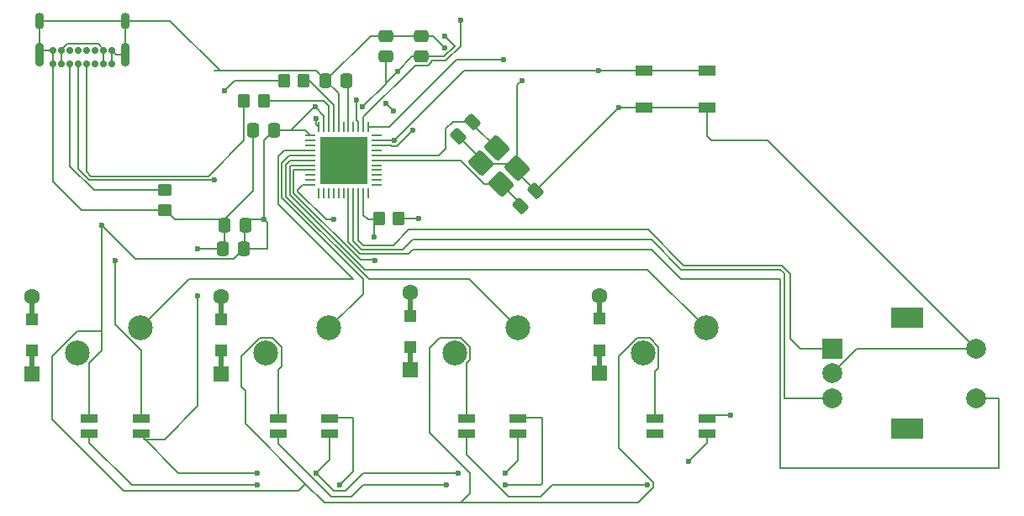
<source format=gbl>
%TF.GenerationSoftware,KiCad,Pcbnew,9.0.7*%
%TF.CreationDate,2026-02-17T21:12:57+08:00*%
%TF.ProjectId,3rd testing,33726420-7465-4737-9469-6e672e6b6963,rev?*%
%TF.SameCoordinates,Original*%
%TF.FileFunction,Copper,L2,Bot*%
%TF.FilePolarity,Positive*%
%FSLAX46Y46*%
G04 Gerber Fmt 4.6, Leading zero omitted, Abs format (unit mm)*
G04 Created by KiCad (PCBNEW 9.0.7) date 2026-02-17 21:12:57*
%MOMM*%
%LPD*%
G01*
G04 APERTURE LIST*
G04 Aperture macros list*
%AMRoundRect*
0 Rectangle with rounded corners*
0 $1 Rounding radius*
0 $2 $3 $4 $5 $6 $7 $8 $9 X,Y pos of 4 corners*
0 Add a 4 corners polygon primitive as box body*
4,1,4,$2,$3,$4,$5,$6,$7,$8,$9,$2,$3,0*
0 Add four circle primitives for the rounded corners*
1,1,$1+$1,$2,$3*
1,1,$1+$1,$4,$5*
1,1,$1+$1,$6,$7*
1,1,$1+$1,$8,$9*
0 Add four rect primitives between the rounded corners*
20,1,$1+$1,$2,$3,$4,$5,0*
20,1,$1+$1,$4,$5,$6,$7,0*
20,1,$1+$1,$6,$7,$8,$9,0*
20,1,$1+$1,$8,$9,$2,$3,0*%
G04 Aperture macros list end*
%TA.AperFunction,Conductor*%
%ADD10C,0.200000*%
%TD*%
%TA.AperFunction,ComponentPad*%
%ADD11C,2.500000*%
%TD*%
%TA.AperFunction,ComponentPad*%
%ADD12R,2.000000X2.000000*%
%TD*%
%TA.AperFunction,ComponentPad*%
%ADD13C,2.000000*%
%TD*%
%TA.AperFunction,ComponentPad*%
%ADD14R,3.200000X2.000000*%
%TD*%
%TA.AperFunction,ComponentPad*%
%ADD15R,1.600000X1.600000*%
%TD*%
%TA.AperFunction,SMDPad,CuDef*%
%ADD16R,0.500000X2.500000*%
%TD*%
%TA.AperFunction,SMDPad,CuDef*%
%ADD17R,1.200000X1.200000*%
%TD*%
%TA.AperFunction,ComponentPad*%
%ADD18C,1.600000*%
%TD*%
%TA.AperFunction,SMDPad,CuDef*%
%ADD19RoundRect,0.250000X0.337500X0.475000X-0.337500X0.475000X-0.337500X-0.475000X0.337500X-0.475000X0*%
%TD*%
%TA.AperFunction,SMDPad,CuDef*%
%ADD20RoundRect,0.250000X0.350000X0.450000X-0.350000X0.450000X-0.350000X-0.450000X0.350000X-0.450000X0*%
%TD*%
%TA.AperFunction,SMDPad,CuDef*%
%ADD21RoundRect,0.250000X0.450000X-0.350000X0.450000X0.350000X-0.450000X0.350000X-0.450000X-0.350000X0*%
%TD*%
%TA.AperFunction,SMDPad,CuDef*%
%ADD22R,1.800000X0.820000*%
%TD*%
%TA.AperFunction,SMDPad,CuDef*%
%ADD23RoundRect,0.250000X-1.025305X0.106066X0.106066X-1.025305X1.025305X-0.106066X-0.106066X1.025305X0*%
%TD*%
%TA.AperFunction,SMDPad,CuDef*%
%ADD24RoundRect,0.250000X0.097227X-0.574524X0.574524X-0.097227X-0.097227X0.574524X-0.574524X0.097227X0*%
%TD*%
%TA.AperFunction,ComponentPad*%
%ADD25C,0.700000*%
%TD*%
%TA.AperFunction,ComponentPad*%
%ADD26O,0.900000X1.700000*%
%TD*%
%TA.AperFunction,ComponentPad*%
%ADD27O,0.900000X2.400000*%
%TD*%
%TA.AperFunction,SMDPad,CuDef*%
%ADD28RoundRect,0.250000X-0.097227X0.574524X-0.574524X0.097227X0.097227X-0.574524X0.574524X-0.097227X0*%
%TD*%
%TA.AperFunction,SMDPad,CuDef*%
%ADD29RoundRect,0.250000X0.475000X-0.337500X0.475000X0.337500X-0.475000X0.337500X-0.475000X-0.337500X0*%
%TD*%
%TA.AperFunction,SMDPad,CuDef*%
%ADD30RoundRect,0.062500X-0.062500X0.450000X-0.062500X-0.450000X0.062500X-0.450000X0.062500X0.450000X0*%
%TD*%
%TA.AperFunction,SMDPad,CuDef*%
%ADD31RoundRect,0.062500X-0.450000X0.062500X-0.450000X-0.062500X0.450000X-0.062500X0.450000X0.062500X0*%
%TD*%
%TA.AperFunction,HeatsinkPad*%
%ADD32R,4.700000X4.700000*%
%TD*%
%TA.AperFunction,SMDPad,CuDef*%
%ADD33RoundRect,0.250000X-0.337500X-0.475000X0.337500X-0.475000X0.337500X0.475000X-0.337500X0.475000X0*%
%TD*%
%TA.AperFunction,SMDPad,CuDef*%
%ADD34RoundRect,0.250000X-0.350000X-0.450000X0.350000X-0.450000X0.350000X0.450000X-0.350000X0.450000X0*%
%TD*%
%TA.AperFunction,SMDPad,CuDef*%
%ADD35R,1.700000X1.000000*%
%TD*%
%TA.AperFunction,ViaPad*%
%ADD36C,0.600000*%
%TD*%
G04 APERTURE END LIST*
D10*
%TO.N,Net-(U1-XTAL1)*%
X116600625Y-62458125D02*
X116600625Y-61267500D01*
%TD*%
D11*
%TO.P,SW1,1,1*%
%TO.N,Net-(D1-A)*%
X73650000Y-82540000D03*
%TO.P,SW1,2,2*%
%TO.N,Col0*%
X80000000Y-80000000D03*
%TD*%
%TO.P,SW2,1,1*%
%TO.N,Net-(D2-A)*%
X92650000Y-82540000D03*
%TO.P,SW2,2,2*%
%TO.N,Col1*%
X99000000Y-80000000D03*
%TD*%
D12*
%TO.P,SW6,A,A*%
%TO.N,Net-(U1-ICP1{slash}PD4)*%
X149685000Y-82055000D03*
D13*
%TO.P,SW6,B,B*%
%TO.N,Net-(U1-T1{slash}PD6)*%
X149685000Y-87055000D03*
%TO.P,SW6,C,C*%
%TO.N,GND*%
X149685000Y-84555000D03*
D14*
%TO.P,SW6,MP*%
%TO.N,N/C*%
X157185000Y-78955000D03*
X157185000Y-90155000D03*
D13*
%TO.P,SW6,S1,S1*%
%TO.N,Net-(U1-T0{slash}PD7)*%
X164185000Y-87055000D03*
%TO.P,SW6,S2,S2*%
%TO.N,GND*%
X164185000Y-82055000D03*
%TD*%
D11*
%TO.P,SW4,1,1*%
%TO.N,Net-(D4-A)*%
X130650000Y-82540000D03*
%TO.P,SW4,2,2*%
%TO.N,Col3*%
X137000000Y-80000000D03*
%TD*%
%TO.P,SW3,1,1*%
%TO.N,Net-(D3-A)*%
X111650000Y-82540000D03*
%TO.P,SW3,2,2*%
%TO.N,Col2*%
X118000000Y-80000000D03*
%TD*%
D15*
%TO.P,D4,1,K*%
%TO.N,Row0*%
X126275625Y-84536250D03*
D16*
X126275625Y-83336250D03*
D17*
X126275625Y-82211250D03*
%TO.P,D4,2,A*%
%TO.N,Net-(D4-A)*%
X126275625Y-79061250D03*
D16*
X126275625Y-77936250D03*
D18*
X126275625Y-76736250D03*
%TD*%
D19*
%TO.P,C4,1*%
%TO.N,VCC*%
X90406875Y-71983125D03*
%TO.P,C4,2*%
%TO.N,GND*%
X88331875Y-71983125D03*
%TD*%
D20*
%TO.P,R4,1*%
%TO.N,Net-(U1-D+)*%
X96460000Y-55080000D03*
%TO.P,R4,2*%
%TO.N,Net-(P1-D+)*%
X94460000Y-55080000D03*
%TD*%
D21*
%TO.P,R5,1*%
%TO.N,GND*%
X82460000Y-68080000D03*
%TO.P,R5,2*%
%TO.N,Net-(P1-CC)*%
X82460000Y-66080000D03*
%TD*%
D22*
%TO.P,D8,1,VDD*%
%TO.N,VCC*%
X131860000Y-89092500D03*
%TO.P,D8,2,DOUT*%
%TO.N,unconnected-(D8-DOUT-Pad2)*%
X131860000Y-90592500D03*
%TO.P,D8,3,GND*%
%TO.N,GND*%
X137060000Y-90592500D03*
%TO.P,D8,4,DIN*%
%TO.N,Net-(D7-DOUT)*%
X137060000Y-89092500D03*
%TD*%
D15*
%TO.P,D2,1,K*%
%TO.N,Row0*%
X88175625Y-84601875D03*
D16*
X88175625Y-83401875D03*
D17*
X88175625Y-82276875D03*
%TO.P,D2,2,A*%
%TO.N,Net-(D2-A)*%
X88175625Y-79126875D03*
D16*
X88175625Y-78001875D03*
D18*
X88175625Y-76801875D03*
%TD*%
D23*
%TO.P,Y1,1,1*%
%TO.N,Net-(U1-XTAL1)*%
X115865267Y-61844124D03*
%TO.P,Y1,2,G*%
%TO.N,GND*%
X117915876Y-63894733D03*
%TO.P,Y1,3,3*%
%TO.N,Net-(U1-XTAL2)*%
X116360241Y-65450368D03*
%TO.P,Y1,4,G*%
%TO.N,GND*%
X114309632Y-63399759D03*
%TD*%
D22*
%TO.P,D5,1,VDD*%
%TO.N,VCC*%
X74860000Y-89092500D03*
%TO.P,D5,2,DOUT*%
%TO.N,Net-(D5-DOUT)*%
X74860000Y-90592500D03*
%TO.P,D5,3,GND*%
%TO.N,GND*%
X80060000Y-90592500D03*
%TO.P,D5,4,DIN*%
%TO.N,Net-(D5-DIN)*%
X80060000Y-89092500D03*
%TD*%
D24*
%TO.P,C2,1*%
%TO.N,Net-(U1-XTAL2)*%
X118316631Y-67647246D03*
%TO.P,C2,2*%
%TO.N,GND*%
X119783877Y-66180000D03*
%TD*%
D25*
%TO.P,P1,A1,GND*%
%TO.N,GND*%
X71200625Y-53386250D03*
%TO.P,P1,A4,VBUS*%
%TO.N,VCC*%
X72050625Y-53386250D03*
%TO.P,P1,A5,CC*%
%TO.N,Net-(P1-CC)*%
X72900625Y-53386250D03*
%TO.P,P1,A6,D+*%
%TO.N,Net-(P1-D+)*%
X73750625Y-53386250D03*
%TO.P,P1,A7,D-*%
%TO.N,Net-(P1-D-)*%
X74600625Y-53386250D03*
%TO.P,P1,A8*%
%TO.N,N/C*%
X75450625Y-53386250D03*
%TO.P,P1,A9,VBUS*%
%TO.N,VCC*%
X76300625Y-53386250D03*
%TO.P,P1,A12,GND*%
%TO.N,GND*%
X77150625Y-53386250D03*
%TO.P,P1,B1,GND*%
X77150625Y-52036250D03*
%TO.P,P1,B4,VBUS*%
%TO.N,VCC*%
X76300625Y-52036250D03*
%TO.P,P1,B5,VCONN*%
%TO.N,unconnected-(P1-VCONN-PadB5)*%
X75450625Y-52036250D03*
%TO.P,P1,B6*%
%TO.N,N/C*%
X74600625Y-52036250D03*
%TO.P,P1,B7*%
X73750625Y-52036250D03*
%TO.P,P1,B8*%
X72900625Y-52036250D03*
%TO.P,P1,B9,VBUS*%
%TO.N,VCC*%
X72050625Y-52036250D03*
%TO.P,P1,B12,GND*%
%TO.N,GND*%
X71200625Y-52036250D03*
D26*
%TO.P,P1,S1,SHIELD*%
X69850625Y-49026250D03*
D27*
X69850625Y-52406250D03*
D26*
X78500625Y-49026250D03*
D27*
X78500625Y-52406250D03*
%TD*%
D19*
%TO.P,C5,1*%
%TO.N,VCC*%
X93460000Y-60080000D03*
%TO.P,C5,2*%
%TO.N,GND*%
X91385000Y-60080000D03*
%TD*%
D28*
%TO.P,C1,1*%
%TO.N,Net-(U1-XTAL1)*%
X113480000Y-59180000D03*
%TO.P,C1,2*%
%TO.N,GND*%
X112012754Y-60647246D03*
%TD*%
D29*
%TO.P,C3,1*%
%TO.N,VCC*%
X104694375Y-52626875D03*
%TO.P,C3,2*%
%TO.N,GND*%
X104694375Y-50551875D03*
%TD*%
D15*
%TO.P,D1,1,K*%
%TO.N,Row0*%
X69125625Y-84601875D03*
D16*
X69125625Y-83401875D03*
D17*
X69125625Y-82276875D03*
%TO.P,D1,2,A*%
%TO.N,Net-(D1-A)*%
X69125625Y-79126875D03*
D16*
X69125625Y-78001875D03*
D18*
X69125625Y-76801875D03*
%TD*%
D30*
%TO.P,U1,1,PE6/AIN0*%
%TO.N,Net-(D5-DIN)*%
X97960000Y-59717500D03*
%TO.P,U1,2,UVcc*%
%TO.N,VCC*%
X98460000Y-59717500D03*
%TO.P,U1,3,D-*%
%TO.N,Net-(U1-D-)*%
X98960000Y-59717500D03*
%TO.P,U1,4,D+*%
%TO.N,Net-(U1-D+)*%
X99460000Y-59717500D03*
%TO.P,U1,5,UGnd*%
%TO.N,GND*%
X99960000Y-59717500D03*
%TO.P,U1,6,UCap*%
%TO.N,unconnected-(U1-UCap-Pad6)*%
X100460000Y-59717500D03*
%TO.P,U1,7,VBus*%
%TO.N,Net-(U1-VBus)*%
X100960000Y-59717500D03*
%TO.P,U1,8,PB0/SS*%
%TO.N,unconnected-(U1-PB0{slash}SS-Pad8)*%
X101460000Y-59717500D03*
%TO.P,U1,9,PB1/SCK*%
%TO.N,Net-(PROG1-Pin_3)*%
X101960000Y-59717500D03*
%TO.P,U1,10,PB2/MOSI*%
%TO.N,Net-(PROG1-Pin_4)*%
X102460000Y-59717500D03*
%TO.P,U1,11,PB3/MISO*%
%TO.N,Net-(PROG1-Pin_1)*%
X102960000Y-59717500D03*
D31*
%TO.P,U1,12,PB7/~{RTS}*%
%TO.N,unconnected-(U1-PB7{slash}~{RTS}-Pad12)*%
X103822500Y-60580000D03*
%TO.P,U1,13,~{RESET}*%
%TO.N,Net-(PROG1-Pin_5)*%
X103822500Y-61080000D03*
%TO.P,U1,14,VCC*%
%TO.N,VCC*%
X103822500Y-61580000D03*
%TO.P,U1,15,GND*%
%TO.N,unconnected-(U1-GND-Pad15)*%
X103822500Y-62080000D03*
%TO.P,U1,16,XTAL1*%
%TO.N,Net-(U1-XTAL1)*%
X103822500Y-62580000D03*
%TO.P,U1,17,XTAL2*%
%TO.N,Net-(U1-XTAL2)*%
X103822500Y-63080000D03*
%TO.P,U1,18,PD0/INT0*%
%TO.N,unconnected-(U1-PD0{slash}INT0-Pad18)*%
X103822500Y-63580000D03*
%TO.P,U1,19,PD1/INT1*%
%TO.N,unconnected-(U1-PD1{slash}INT1-Pad19)*%
X103822500Y-64080000D03*
%TO.P,U1,20,PD2/RXD1*%
%TO.N,unconnected-(U1-PD2{slash}RXD1-Pad20)*%
X103822500Y-64580000D03*
%TO.P,U1,21,PD3/TXD1*%
%TO.N,unconnected-(U1-PD3{slash}TXD1-Pad21)*%
X103822500Y-65080000D03*
%TO.P,U1,22,PD5/XCK1*%
%TO.N,unconnected-(U1-PD5{slash}XCK1-Pad22)*%
X103822500Y-65580000D03*
D30*
%TO.P,U1,23,GND*%
%TO.N,unconnected-(U1-GND-Pad23)*%
X102960000Y-66442500D03*
%TO.P,U1,24,AVCC*%
%TO.N,VCC*%
X102460000Y-66442500D03*
%TO.P,U1,25,ICP1/PD4*%
%TO.N,Net-(U1-ICP1{slash}PD4)*%
X101960000Y-66442500D03*
%TO.P,U1,26,T1/PD6*%
%TO.N,Net-(U1-T1{slash}PD6)*%
X101460000Y-66442500D03*
%TO.P,U1,27,T0/PD7*%
%TO.N,Net-(U1-T0{slash}PD7)*%
X100960000Y-66442500D03*
%TO.P,U1,28,PB4*%
%TO.N,unconnected-(U1-PB4-Pad28)*%
X100460000Y-66442500D03*
%TO.P,U1,29,PB5*%
%TO.N,unconnected-(U1-PB5-Pad29)*%
X99960000Y-66442500D03*
%TO.P,U1,30,PB6*%
%TO.N,unconnected-(U1-PB6-Pad30)*%
X99460000Y-66442500D03*
%TO.P,U1,31,PC6*%
%TO.N,unconnected-(U1-PC6-Pad31)*%
X98960000Y-66442500D03*
%TO.P,U1,32,PC7*%
%TO.N,unconnected-(U1-PC7-Pad32)*%
X98460000Y-66442500D03*
%TO.P,U1,33,~{HWB/PE2}*%
%TO.N,unconnected-(U1-~{HWB{slash}PE2}-Pad33)*%
X97960000Y-66442500D03*
D31*
%TO.P,U1,34,VCC*%
%TO.N,VCC*%
X97097500Y-65580000D03*
%TO.P,U1,35,GND*%
%TO.N,unconnected-(U1-GND-Pad35)*%
X97097500Y-65080000D03*
%TO.P,U1,36,PF7*%
%TO.N,unconnected-(U1-PF7-Pad36)*%
X97097500Y-64580000D03*
%TO.P,U1,37,PF6*%
%TO.N,Row0*%
X97097500Y-64080000D03*
%TO.P,U1,38,PF5*%
%TO.N,Col3*%
X97097500Y-63580000D03*
%TO.P,U1,39,PF4*%
%TO.N,Col2*%
X97097500Y-63080000D03*
%TO.P,U1,40,PF1*%
%TO.N,Col1*%
X97097500Y-62580000D03*
%TO.P,U1,41,PF0*%
%TO.N,Col0*%
X97097500Y-62080000D03*
%TO.P,U1,42,AREF*%
%TO.N,unconnected-(U1-AREF-Pad42)*%
X97097500Y-61580000D03*
%TO.P,U1,43,GND*%
%TO.N,unconnected-(U1-GND-Pad43)*%
X97097500Y-61080000D03*
%TO.P,U1,44,AVCC*%
%TO.N,VCC*%
X97097500Y-60580000D03*
D32*
%TO.P,U1,45*%
%TO.N,N/C*%
X100460000Y-63080000D03*
%TD*%
D22*
%TO.P,D6,1,VDD*%
%TO.N,VCC*%
X93860000Y-89092500D03*
%TO.P,D6,2,DOUT*%
%TO.N,Net-(D6-DOUT)*%
X93860000Y-90592500D03*
%TO.P,D6,3,GND*%
%TO.N,GND*%
X99060000Y-90592500D03*
%TO.P,D6,4,DIN*%
%TO.N,Net-(D5-DOUT)*%
X99060000Y-89092500D03*
%TD*%
D33*
%TO.P,C8,1*%
%TO.N,GND*%
X98671377Y-55080000D03*
%TO.P,C8,2*%
%TO.N,Net-(U1-VBus)*%
X100746377Y-55080000D03*
%TD*%
D34*
%TO.P,R1,1*%
%TO.N,VCC*%
X104030000Y-68913623D03*
%TO.P,R1,2*%
%TO.N,Net-(PROG1-Pin_5)*%
X106030000Y-68913623D03*
%TD*%
D35*
%TO.P,SW5,1,1*%
%TO.N,GND*%
X130746377Y-57813623D03*
X137046377Y-57813623D03*
%TO.P,SW5,2,2*%
%TO.N,Net-(PROG1-Pin_5)*%
X130746377Y-54013623D03*
X137046377Y-54013623D03*
%TD*%
D22*
%TO.P,D7,1,VDD*%
%TO.N,VCC*%
X112860000Y-89092500D03*
%TO.P,D7,2,DOUT*%
%TO.N,Net-(D7-DOUT)*%
X112860000Y-90592500D03*
%TO.P,D7,3,GND*%
%TO.N,GND*%
X118060000Y-90592500D03*
%TO.P,D7,4,DIN*%
%TO.N,Net-(D6-DOUT)*%
X118060000Y-89092500D03*
%TD*%
D20*
%TO.P,R3,1*%
%TO.N,Net-(U1-D-)*%
X92460000Y-57080000D03*
%TO.P,R3,2*%
%TO.N,Net-(P1-D-)*%
X90460000Y-57080000D03*
%TD*%
D15*
%TO.P,D3,1,K*%
%TO.N,Row0*%
X107225625Y-84217500D03*
D16*
X107225625Y-83017500D03*
D17*
X107225625Y-81892500D03*
%TO.P,D3,2,A*%
%TO.N,Net-(D3-A)*%
X107225625Y-78742500D03*
D16*
X107225625Y-77617500D03*
D18*
X107225625Y-76417500D03*
%TD*%
D29*
%TO.P,C7,1*%
%TO.N,VCC*%
X108266250Y-52626875D03*
%TO.P,C7,2*%
%TO.N,GND*%
X108266250Y-50551875D03*
%TD*%
D19*
%TO.P,C6,1*%
%TO.N,VCC*%
X90556875Y-69601875D03*
%TO.P,C6,2*%
%TO.N,GND*%
X88481875Y-69601875D03*
%TD*%
D36*
%TO.N,GND*%
X110647500Y-51742500D03*
X111988125Y-94605000D03*
X135175567Y-93414375D03*
X91747500Y-94605000D03*
X97700625Y-94605000D03*
X128150254Y-57813623D03*
X85794375Y-76745625D03*
X116750625Y-94605000D03*
X118408771Y-55028771D03*
X85794375Y-71983125D03*
%TO.N,Row0*%
X103653750Y-73173750D03*
%TO.N,VCC*%
X105885000Y-54123750D03*
X103503750Y-70792500D03*
X105460000Y-58080000D03*
X99460000Y-69080000D03*
X104769375Y-57389375D03*
X97589737Y-57734737D03*
X102396937Y-57734737D03*
X92460000Y-69080000D03*
X110647500Y-50551875D03*
X107460000Y-60080000D03*
X76119375Y-69601875D03*
%TO.N,Net-(P1-D+)*%
X87460000Y-65080000D03*
X88460000Y-56080000D03*
%TO.N,Net-(PROG1-Pin_5)*%
X105580000Y-61080000D03*
X108030000Y-68913623D03*
X126125625Y-54013623D03*
%TO.N,Net-(PROG1-Pin_1)*%
X116600625Y-52933125D03*
%TO.N,Net-(PROG1-Pin_4)*%
X112239125Y-48960250D03*
%TO.N,Net-(D5-DOUT)*%
X91747500Y-95795625D03*
X100081875Y-95795625D03*
%TO.N,Net-(PROG1-Pin_3)*%
X101795937Y-57022188D03*
%TO.N,Net-(D5-DIN)*%
X97700625Y-58886250D03*
X77460000Y-73173750D03*
%TO.N,Net-(D6-DOUT)*%
X116750625Y-95795625D03*
X110797500Y-95795625D03*
%TO.N,Net-(D7-DOUT)*%
X139461000Y-88740375D03*
X131038125Y-95795625D03*
%TD*%
D10*
%TO.N,GND*%
X130746377Y-57813623D02*
X128150254Y-57813623D01*
X99960000Y-56368623D02*
X98671377Y-55080000D01*
X118408771Y-55028771D02*
X117915876Y-55521666D01*
X164185000Y-82055000D02*
X143210000Y-61080000D01*
X137046377Y-57813623D02*
X130746377Y-57813623D01*
X82460000Y-68080000D02*
X74052500Y-68080000D01*
X104694375Y-50551875D02*
X108266250Y-50551875D01*
X103199502Y-50551875D02*
X104694375Y-50551875D01*
X88460000Y-69080000D02*
X88460000Y-71855000D01*
X99060000Y-90830000D02*
X99060000Y-93245625D01*
X137060000Y-91529942D02*
X135175567Y-93414375D01*
X164185000Y-82055000D02*
X152185000Y-82055000D01*
X91385000Y-66155000D02*
X88460000Y-69080000D01*
X109456875Y-50551875D02*
X108266250Y-50551875D01*
X99060000Y-93245625D02*
X97700625Y-94605000D01*
X71200625Y-53386250D02*
X71200625Y-65228125D01*
X77150625Y-52036250D02*
X77150625Y-53386250D01*
X118060000Y-93295625D02*
X118060000Y-90830000D01*
X87461000Y-54079000D02*
X88025625Y-54079000D01*
X80411000Y-91181000D02*
X82461000Y-91181000D01*
X97670377Y-54079000D02*
X98671377Y-55080000D01*
X69850625Y-49026250D02*
X78500625Y-49026250D01*
X71200625Y-65228125D02*
X74052500Y-68080000D01*
X110647500Y-51742500D02*
X109456875Y-50551875D01*
X71200625Y-52036250D02*
X70220625Y-52036250D01*
X80060000Y-90830000D02*
X83835000Y-94605000D01*
X152185000Y-82055000D02*
X149685000Y-84555000D01*
X85794375Y-87847625D02*
X85794375Y-76745625D01*
X102463125Y-94605000D02*
X111988125Y-94605000D01*
X99492250Y-96396625D02*
X100671500Y-96396625D01*
X70220625Y-52036250D02*
X69850625Y-52406250D01*
X77520625Y-52406250D02*
X77150625Y-52036250D01*
X88385000Y-69155000D02*
X88460000Y-69080000D01*
X88025625Y-54079000D02*
X97670377Y-54079000D01*
X69850625Y-52406250D02*
X69850625Y-49026250D01*
X82461000Y-91181000D02*
X85794375Y-87847625D01*
X82972875Y-49026250D02*
X78500625Y-49026250D01*
X80060000Y-90830000D02*
X80411000Y-91181000D01*
X116750625Y-94605000D02*
X118060000Y-93295625D01*
X88460000Y-69080000D02*
X83460000Y-69080000D01*
X71200625Y-53386250D02*
X71200625Y-52036250D01*
X98671377Y-55080000D02*
X103199502Y-50551875D01*
X83835000Y-94605000D02*
X91747500Y-94605000D01*
X119783877Y-66180000D02*
X117915876Y-64311999D01*
X91385000Y-60080000D02*
X91385000Y-66155000D01*
X137460000Y-61080000D02*
X137046377Y-60666377D01*
X88460000Y-71855000D02*
X88331875Y-71983125D01*
X114335200Y-63425327D02*
X117446470Y-63425327D01*
X78500625Y-52406250D02*
X77520625Y-52406250D01*
X117915876Y-55521666D02*
X117915876Y-63894733D01*
X97700625Y-94605000D02*
X99492250Y-96396625D01*
X112012754Y-60647246D02*
X114309632Y-62944124D01*
X143210000Y-61080000D02*
X137460000Y-61080000D01*
X137046377Y-60666377D02*
X137046377Y-57813623D01*
X88025625Y-54079000D02*
X82972875Y-49026250D01*
X128150254Y-57813623D02*
X119783877Y-66180000D01*
X100671500Y-96396625D02*
X102463125Y-94605000D01*
X99960000Y-59717500D02*
X99960000Y-56368623D01*
X137060000Y-90830000D02*
X137060000Y-91529942D01*
X85794375Y-71983125D02*
X88331875Y-71983125D01*
X83460000Y-69080000D02*
X82460000Y-68080000D01*
X78500625Y-49026250D02*
X78500625Y-52406250D01*
%TO.N,Net-(U1-XTAL1)*%
X110746377Y-61913623D02*
X110080000Y-62580000D01*
X113480000Y-59458857D02*
X113480000Y-59180000D01*
X110746377Y-59913623D02*
X110746377Y-61913623D01*
X115865267Y-61844124D02*
X113480000Y-59458857D01*
X113480000Y-59180000D02*
X111480000Y-59180000D01*
X110080000Y-62580000D02*
X103822500Y-62580000D01*
X111480000Y-59180000D02*
X110746377Y-59913623D01*
%TO.N,Net-(U1-XTAL2)*%
X118316631Y-67406758D02*
X118316631Y-67647246D01*
X114661769Y-65450368D02*
X116360241Y-65450368D01*
X116360241Y-65450368D02*
X118316631Y-67406758D01*
X103822500Y-63080000D02*
X112291401Y-63080000D01*
X112291401Y-63080000D02*
X114661769Y-65450368D01*
%TO.N,Net-(U1-VBus)*%
X100960000Y-55293623D02*
X100746377Y-55080000D01*
X100960000Y-59717500D02*
X100960000Y-55293623D01*
%TO.N,Net-(D1-A)*%
X73650000Y-82540000D02*
X73186174Y-82540000D01*
%TO.N,Row0*%
X95460000Y-64080000D02*
X95460000Y-66380300D01*
X102159700Y-73080000D02*
X103560000Y-73080000D01*
X103560000Y-73080000D02*
X103653750Y-73173750D01*
X95460000Y-66380300D02*
X102159700Y-73080000D01*
X97097500Y-64080000D02*
X95460000Y-64080000D01*
%TO.N,VCC*%
X95861000Y-66214200D02*
X95861000Y-66080000D01*
X113178750Y-94605000D02*
X113178750Y-96645568D01*
X130007554Y-80989000D02*
X128154000Y-82842554D01*
X96614288Y-95691337D02*
X90556875Y-89633925D01*
X94201000Y-81897554D02*
X94201000Y-83817125D01*
X74860000Y-89330000D02*
X74860000Y-83523446D01*
X90535000Y-69080000D02*
X92460000Y-69080000D01*
X97589737Y-57734737D02*
X97514638Y-57734737D01*
X73679054Y-80317500D02*
X71154000Y-82842554D01*
X104769375Y-57389375D02*
X105460000Y-58080000D01*
X92788125Y-69408125D02*
X92460000Y-69080000D01*
X93460000Y-60080000D02*
X95169375Y-60080000D01*
X74860000Y-83523446D02*
X76119375Y-82264071D01*
X90406875Y-69208125D02*
X90535000Y-69080000D01*
X98510200Y-97587250D02*
X96614288Y-95691337D01*
X90535000Y-71855000D02*
X90406875Y-71983125D01*
X71154000Y-82842554D02*
X71154000Y-89231050D01*
X99460000Y-69080000D02*
X98726800Y-69080000D01*
X102460000Y-68627246D02*
X102460000Y-66442500D01*
X86985000Y-73009125D02*
X89380875Y-73009125D01*
X107381875Y-52626875D02*
X108266250Y-52626875D01*
X110613068Y-52626875D02*
X111667784Y-51572159D01*
X92460000Y-61080000D02*
X92460000Y-69080000D01*
X98726800Y-69080000D02*
X95861000Y-66214200D01*
X112860000Y-83523446D02*
X113201000Y-83182446D01*
X92007554Y-80989000D02*
X93292446Y-80989000D01*
X110647500Y-50551875D02*
X111667784Y-51572159D01*
X105331057Y-61681000D02*
X105230057Y-61580000D01*
X128154000Y-82842554D02*
X128154000Y-92061557D01*
X95909000Y-96396625D02*
X96614288Y-95691337D01*
X130096443Y-97587250D02*
X112237068Y-97587250D01*
X110613068Y-52626875D02*
X108266250Y-52626875D01*
X93860000Y-84158125D02*
X93860000Y-89330000D01*
X97514638Y-57734737D02*
X95169375Y-60080000D01*
X104694375Y-55437299D02*
X102396937Y-57734737D01*
X78319575Y-96396625D02*
X95909000Y-96396625D01*
X103503750Y-69439873D02*
X104030000Y-68913623D01*
X128154000Y-92061557D02*
X131639125Y-95546682D01*
X79526625Y-73009125D02*
X86985000Y-73009125D01*
X104030000Y-69080000D02*
X102912754Y-69080000D01*
X90556875Y-89633925D02*
X90556875Y-86270625D01*
X131639125Y-95546682D02*
X131639125Y-96044568D01*
X95861000Y-66080000D02*
X96361000Y-65580000D01*
X93292446Y-80989000D02*
X94201000Y-81897554D01*
X110126000Y-80989000D02*
X109154000Y-81961000D01*
X76300625Y-53386250D02*
X76300625Y-52036250D01*
X112237068Y-97587250D02*
X98510200Y-97587250D01*
X113178750Y-96645568D02*
X112237068Y-97587250D01*
X94201000Y-83817125D02*
X93860000Y-84158125D01*
X113201000Y-81897554D02*
X112292446Y-80989000D01*
X131292446Y-80989000D02*
X130007554Y-80989000D01*
X95169375Y-60080000D02*
X96597500Y-60080000D01*
X105859000Y-61681000D02*
X105331057Y-61681000D01*
X90154000Y-85867750D02*
X90154000Y-82842554D01*
X96597500Y-60080000D02*
X97097500Y-60580000D01*
X97589737Y-57734737D02*
X98460000Y-58605000D01*
X76119375Y-80317500D02*
X76119375Y-69601875D01*
X132201000Y-84014184D02*
X132201000Y-81897554D01*
X104694375Y-55314375D02*
X105885000Y-54123750D01*
X72630971Y-51385250D02*
X72050625Y-51965596D01*
X102912754Y-69080000D02*
X102460000Y-68627246D01*
X104694375Y-52626875D02*
X104694375Y-55437299D01*
X109154000Y-90580250D02*
X113178750Y-94605000D01*
X76119375Y-80317500D02*
X73679054Y-80317500D01*
X96361000Y-65580000D02*
X97097500Y-65580000D01*
X76300625Y-52036250D02*
X76300625Y-51923750D01*
X76119375Y-69601875D02*
X79526625Y-73009125D01*
X131860000Y-89330000D02*
X131860000Y-84355184D01*
X105885000Y-54123750D02*
X107381875Y-52626875D01*
X72050625Y-51965596D02*
X72050625Y-52036250D01*
X131639125Y-96044568D02*
X130096443Y-97587250D01*
X76300625Y-51923750D02*
X75762125Y-51385250D01*
X90154000Y-82842554D02*
X92007554Y-80989000D01*
X90535000Y-69080000D02*
X90535000Y-71855000D01*
X132201000Y-81897554D02*
X131292446Y-80989000D01*
X90556875Y-86270625D02*
X90154000Y-85867750D01*
X112292446Y-80989000D02*
X110126000Y-80989000D01*
X107460000Y-60080000D02*
X105859000Y-61681000D01*
X131860000Y-84355184D02*
X132201000Y-84014184D01*
X112860000Y-89330000D02*
X112860000Y-83523446D01*
X104694375Y-55437299D02*
X104694375Y-55314375D01*
X92788125Y-71983125D02*
X92788125Y-69408125D01*
X93460000Y-60080000D02*
X92460000Y-61080000D01*
X72050625Y-52036250D02*
X72050625Y-53386250D01*
X71154000Y-89231050D02*
X78319575Y-96396625D01*
X75762125Y-51385250D02*
X72630971Y-51385250D01*
X105230057Y-61580000D02*
X103822500Y-61580000D01*
X103503750Y-70792500D02*
X103503750Y-69439873D01*
X113201000Y-83182446D02*
X113201000Y-81897554D01*
X109154000Y-81961000D02*
X109154000Y-90580250D01*
X76119375Y-82264071D02*
X76119375Y-80317500D01*
X98460000Y-58605000D02*
X98460000Y-59717500D01*
X89380875Y-73009125D02*
X90406875Y-71983125D01*
X90406875Y-71983125D02*
X92788125Y-71983125D01*
%TO.N,Net-(P1-D+)*%
X74877526Y-65080000D02*
X87460000Y-65080000D01*
X88460000Y-56080000D02*
X89460000Y-55080000D01*
X89460000Y-55080000D02*
X94460000Y-55080000D01*
X73750625Y-63953099D02*
X74877526Y-65080000D01*
X73750625Y-53386250D02*
X73750625Y-63953099D01*
%TO.N,Net-(P1-CC)*%
X75310426Y-66080000D02*
X72900625Y-63670199D01*
X75310426Y-66080000D02*
X82460000Y-66080000D01*
X72900625Y-63670199D02*
X72900625Y-53386250D01*
%TO.N,Net-(P1-D-)*%
X86861000Y-64679000D02*
X90460000Y-61080000D01*
X74600625Y-53386250D02*
X74600625Y-64235999D01*
X90460000Y-61080000D02*
X90460000Y-57080000D01*
X75043626Y-64679000D02*
X86861000Y-64679000D01*
X74600625Y-64235999D02*
X75043626Y-64679000D01*
%TO.N,Net-(U1-D-)*%
X98460000Y-57080000D02*
X98960000Y-57580000D01*
X98960000Y-57580000D02*
X98960000Y-59717500D01*
X98460000Y-57080000D02*
X92460000Y-57080000D01*
%TO.N,Net-(U1-D+)*%
X97027100Y-55080000D02*
X96460000Y-55080000D01*
X99460000Y-57512900D02*
X97027100Y-55080000D01*
X99460000Y-59717500D02*
X99460000Y-57512900D01*
%TO.N,Col0*%
X84920000Y-75080000D02*
X101460000Y-75080000D01*
X93856000Y-67476000D02*
X93856000Y-62684000D01*
X80000000Y-80000000D02*
X84920000Y-75080000D01*
X101460000Y-75080000D02*
X93856000Y-67476000D01*
X94460000Y-62080000D02*
X97097500Y-62080000D01*
X93856000Y-62684000D02*
X94460000Y-62080000D01*
%TO.N,Col1*%
X102459200Y-76540800D02*
X102459200Y-75080800D01*
X94257000Y-63346800D02*
X95023800Y-62580000D01*
X99000000Y-80000000D02*
X102459200Y-76540800D01*
X102459200Y-75080800D02*
X94257000Y-66878600D01*
X95023800Y-62580000D02*
X97097500Y-62580000D01*
X94257000Y-66878600D02*
X94257000Y-63346800D01*
%TO.N,Col2*%
X118000000Y-80000000D02*
X113080000Y-75080000D01*
X94658000Y-63512900D02*
X95090900Y-63080000D01*
X103025500Y-75080000D02*
X94658000Y-66712500D01*
X113080000Y-75080000D02*
X103025500Y-75080000D01*
X94658000Y-66712500D02*
X94658000Y-63512900D01*
X95090900Y-63080000D02*
X97097500Y-63080000D01*
%TO.N,Col3*%
X131080000Y-74080000D02*
X102592600Y-74080000D01*
X95059000Y-63679000D02*
X95158000Y-63580000D01*
X102592600Y-74080000D02*
X95059000Y-66546400D01*
X95158000Y-63580000D02*
X97097500Y-63580000D01*
X95059000Y-66546400D02*
X95059000Y-63679000D01*
X137000000Y-80000000D02*
X131080000Y-74080000D01*
%TO.N,Net-(U1-ICP1{slash}PD4)*%
X144626100Y-73679000D02*
X134743550Y-73679000D01*
X131144550Y-70080000D02*
X107059000Y-70080000D01*
X107059000Y-70080000D02*
X105460000Y-71679000D01*
X145460000Y-74512900D02*
X144626100Y-73679000D01*
X105460000Y-71679000D02*
X102460000Y-71679000D01*
X146435000Y-82055000D02*
X145460000Y-81080000D01*
X101960000Y-71179000D02*
X101960000Y-66442500D01*
X102460000Y-71679000D02*
X101960000Y-71179000D01*
X149685000Y-82055000D02*
X146435000Y-82055000D01*
X134743550Y-73679000D02*
X131144550Y-70080000D01*
X145460000Y-81080000D02*
X145460000Y-74512900D01*
%TO.N,Net-(U1-T1{slash}PD6)*%
X107460000Y-71080000D02*
X106460000Y-72080000D01*
X101460000Y-71246100D02*
X101460000Y-66442500D01*
X144460000Y-74080000D02*
X134460000Y-74080000D01*
X134460000Y-74080000D02*
X131460000Y-71080000D01*
X102293900Y-72080000D02*
X101460000Y-71246100D01*
X144861000Y-74481000D02*
X144460000Y-74080000D01*
X131460000Y-71080000D02*
X107460000Y-71080000D01*
X149685000Y-87055000D02*
X144886000Y-87055000D01*
X144886000Y-87055000D02*
X144861000Y-87080000D01*
X144861000Y-87080000D02*
X144861000Y-74481000D01*
X106460000Y-72080000D02*
X102293900Y-72080000D01*
%TO.N,Net-(U1-T0{slash}PD7)*%
X100960000Y-71313200D02*
X100960000Y-66442500D01*
X107059000Y-72481000D02*
X102127800Y-72481000D01*
X144460000Y-75080000D02*
X134460000Y-75080000D01*
X107460000Y-72080000D02*
X107059000Y-72481000D01*
X166460000Y-94080000D02*
X144460000Y-94080000D01*
X131460000Y-72080000D02*
X107460000Y-72080000D01*
X166460000Y-87080000D02*
X166460000Y-94080000D01*
X144460000Y-94080000D02*
X144460000Y-75080000D01*
X164185000Y-87055000D02*
X166435000Y-87055000D01*
X134460000Y-75080000D02*
X131460000Y-72080000D01*
X102127800Y-72481000D02*
X100960000Y-71313200D01*
X166435000Y-87055000D02*
X166460000Y-87080000D01*
%TO.N,Net-(PROG1-Pin_5)*%
X130746377Y-54013623D02*
X137046377Y-54013623D01*
X112646377Y-54013623D02*
X105580000Y-61080000D01*
X106030000Y-68913623D02*
X108030000Y-68913623D01*
X130746377Y-54013623D02*
X126125625Y-54013623D01*
X105580000Y-61080000D02*
X103822500Y-61080000D01*
X124935000Y-54013623D02*
X112646377Y-54013623D01*
X126125625Y-54013623D02*
X124935000Y-54013623D01*
%TO.N,Net-(PROG1-Pin_1)*%
X102960000Y-59717500D02*
X105053750Y-59717500D01*
X105053750Y-59717500D02*
X111838125Y-52933125D01*
X111838125Y-52933125D02*
X116600625Y-52933125D01*
%TO.N,Net-(PROG1-Pin_4)*%
X102460000Y-58739375D02*
X107684000Y-53515375D01*
X107684000Y-53515375D02*
X108976410Y-53515375D01*
X112239125Y-51567918D02*
X112239125Y-48960250D01*
X109292250Y-53199535D02*
X109292250Y-53027875D01*
X102460000Y-59717500D02*
X102460000Y-58739375D01*
X108976410Y-53515375D02*
X109292250Y-53199535D01*
X109292250Y-53027875D02*
X110779168Y-53027875D01*
X110779168Y-53027875D02*
X112239125Y-51567918D01*
%TO.N,Net-(D5-DOUT)*%
X99411000Y-88979000D02*
X99060000Y-89330000D01*
X101461000Y-94416500D02*
X101461000Y-88979000D01*
X100081875Y-95795625D02*
X101461000Y-94416500D01*
X101461000Y-88979000D02*
X99411000Y-88979000D01*
X74860000Y-90830000D02*
X74860000Y-91529942D01*
X74860000Y-91529942D02*
X79125683Y-95795625D01*
X79125683Y-95795625D02*
X91747500Y-95795625D01*
%TO.N,Net-(PROG1-Pin_3)*%
X101960000Y-59189202D02*
X101795937Y-59025139D01*
X101960000Y-59717500D02*
X101960000Y-59189202D01*
X101795937Y-59025139D02*
X101795937Y-57022188D01*
%TO.N,Net-(D5-DIN)*%
X77460000Y-79653446D02*
X77460000Y-73173750D01*
X80060000Y-82253446D02*
X77460000Y-79653446D01*
X97700625Y-58886250D02*
X97700625Y-59458125D01*
X97700625Y-59458125D02*
X97960000Y-59717500D01*
X80060000Y-89330000D02*
X80060000Y-82253446D01*
%TO.N,Net-(D6-DOUT)*%
X120322500Y-95795625D02*
X120461000Y-95657125D01*
X102463125Y-95795625D02*
X101272500Y-96986250D01*
X101272500Y-96986250D02*
X99231932Y-96986250D01*
X120461000Y-95657125D02*
X120461000Y-88979000D01*
X99231932Y-96986250D02*
X93860000Y-91614318D01*
X116750625Y-95795625D02*
X120322500Y-95795625D01*
X118411000Y-88979000D02*
X118060000Y-89330000D01*
X120461000Y-88979000D02*
X118411000Y-88979000D01*
X110797500Y-95795625D02*
X102463125Y-95795625D01*
X93860000Y-91614318D02*
X93860000Y-90830000D01*
%TO.N,Net-(D7-DOUT)*%
X120322500Y-96986250D02*
X121513125Y-95795625D01*
X112860000Y-90830000D02*
X112860000Y-92754943D01*
X121513125Y-95795625D02*
X131038125Y-95795625D01*
X117091307Y-96986250D02*
X120322500Y-96986250D01*
X112860000Y-92754943D02*
X117091307Y-96986250D01*
X139461000Y-88740375D02*
X137649625Y-88740375D01*
X137649625Y-88740375D02*
X137060000Y-89330000D01*
%TD*%
M02*

</source>
